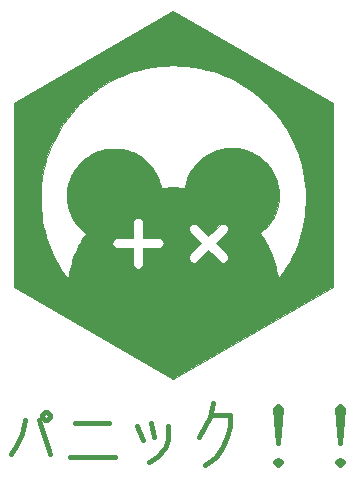
<source format=gbr>
%TF.GenerationSoftware,KiCad,Pcbnew,(6.0.4-0)*%
%TF.CreationDate,2023-01-08T13:34:09-06:00*%
%TF.ProjectId,babbit_bottom,62616262-6974-45f6-926f-74746f6d2e6b,rev?*%
%TF.SameCoordinates,Original*%
%TF.FileFunction,Copper,L1,Top*%
%TF.FilePolarity,Positive*%
%FSLAX46Y46*%
G04 Gerber Fmt 4.6, Leading zero omitted, Abs format (unit mm)*
G04 Created by KiCad (PCBNEW (6.0.4-0)) date 2023-01-08 13:34:09*
%MOMM*%
%LPD*%
G01*
G04 APERTURE LIST*
%ADD10C,0.400000*%
%TA.AperFunction,NonConductor*%
%ADD11C,0.400000*%
%TD*%
%TA.AperFunction,NonConductor*%
%ADD12C,0.025000*%
%TD*%
G04 APERTURE END LIST*
D10*
D11*
X128619047Y-90214285D02*
X129571428Y-93071428D01*
X127428571Y-90214285D02*
X127190476Y-91404761D01*
X126714285Y-92357142D01*
X126238095Y-93071428D01*
X129095238Y-89500000D02*
X129333333Y-89500000D01*
X129571428Y-89738095D01*
X129571428Y-89976190D01*
X129333333Y-90214285D01*
X129095238Y-90214285D01*
X128857142Y-89976190D01*
X128857142Y-89738095D01*
X129095238Y-89500000D01*
X131714285Y-90452380D02*
X134571428Y-90452380D01*
X131238095Y-93309523D02*
X135047619Y-93309523D01*
X136952380Y-90690476D02*
X137428571Y-91880952D01*
X138142857Y-90452380D02*
X138380952Y-91642857D01*
X139571428Y-90690476D02*
X139571428Y-91880952D01*
X139333333Y-92595238D01*
X138619047Y-93309523D01*
X137904761Y-93785714D01*
X143380952Y-88785714D02*
X143142857Y-89976190D01*
X142666666Y-90690476D01*
X142190476Y-91642857D01*
X143380952Y-89738095D02*
X144809523Y-89738095D01*
X144809523Y-90690476D01*
X144571428Y-91642857D01*
X144095238Y-92595238D01*
X143619047Y-93309523D01*
X142666666Y-94023809D01*
X148857142Y-93547619D02*
X149095238Y-93785714D01*
X148857142Y-94023809D01*
X148619047Y-93785714D01*
X148857142Y-93547619D01*
X148857142Y-94023809D01*
X148857142Y-92119047D02*
X148619047Y-89261904D01*
X148857142Y-89023809D01*
X149095238Y-89261904D01*
X148857142Y-92119047D01*
X148857142Y-89023809D01*
X154095238Y-93547619D02*
X154333333Y-93785714D01*
X154095238Y-94023809D01*
X153857142Y-93785714D01*
X154095238Y-93547619D01*
X154095238Y-94023809D01*
X154095238Y-92119047D02*
X153857142Y-89261904D01*
X154095238Y-89023809D01*
X154333333Y-89261904D01*
X154095238Y-92119047D01*
X154095238Y-89023809D01*
D12*
G36*
X139991186Y-55568816D02*
G01*
X153495947Y-63365793D01*
X153495954Y-78959768D01*
X139991175Y-86756750D01*
X126486412Y-78959772D01*
X126486409Y-71404874D01*
X128755045Y-71404874D01*
X128765304Y-71889017D01*
X128795804Y-72367949D01*
X128846132Y-72841256D01*
X128915871Y-73308523D01*
X129004607Y-73769336D01*
X129111925Y-74223280D01*
X129237411Y-74669940D01*
X129380649Y-75108901D01*
X129541226Y-75539749D01*
X129718725Y-75962068D01*
X129912733Y-76375444D01*
X130122834Y-76779462D01*
X130348614Y-77173708D01*
X130589657Y-77557766D01*
X130845550Y-77931222D01*
X131115877Y-78293661D01*
X131154099Y-78028897D01*
X131199999Y-77766685D01*
X131253457Y-77507141D01*
X131314356Y-77250385D01*
X131382578Y-76996534D01*
X131458003Y-76745708D01*
X131540513Y-76498025D01*
X131629990Y-76253603D01*
X131726315Y-76012561D01*
X131829371Y-75775016D01*
X131939039Y-75541088D01*
X132055199Y-75310894D01*
X132102886Y-75222810D01*
X134835394Y-75222810D01*
X134835918Y-75244036D01*
X134837472Y-75264992D01*
X134840033Y-75285654D01*
X134843576Y-75305997D01*
X134848075Y-75325995D01*
X134853507Y-75345625D01*
X134859846Y-75364862D01*
X134867068Y-75383681D01*
X134875148Y-75402058D01*
X134884061Y-75419967D01*
X134893784Y-75437385D01*
X134904290Y-75454285D01*
X134915556Y-75470644D01*
X134927556Y-75486438D01*
X134940267Y-75501640D01*
X134953662Y-75516227D01*
X134967719Y-75530174D01*
X134982411Y-75543457D01*
X134997714Y-75556050D01*
X135013605Y-75567928D01*
X135030056Y-75579068D01*
X135047045Y-75589444D01*
X135064547Y-75599033D01*
X135082536Y-75607808D01*
X135100989Y-75615745D01*
X135119880Y-75622821D01*
X135139184Y-75629009D01*
X135158878Y-75634286D01*
X135178936Y-75638626D01*
X135199333Y-75642005D01*
X135220046Y-75644399D01*
X135241049Y-75645782D01*
X135241049Y-75646145D01*
X136584673Y-75646145D01*
X136584673Y-76989765D01*
X136585031Y-76989765D01*
X136586415Y-77010768D01*
X136588808Y-77031481D01*
X136592188Y-77051879D01*
X136596528Y-77071937D01*
X136601805Y-77091631D01*
X136607993Y-77110935D01*
X136615069Y-77129826D01*
X136623006Y-77148279D01*
X136631781Y-77166268D01*
X136641370Y-77183770D01*
X136651746Y-77200759D01*
X136662886Y-77217211D01*
X136674765Y-77233101D01*
X136687358Y-77248404D01*
X136700640Y-77263096D01*
X136714587Y-77277153D01*
X136729174Y-77290548D01*
X136744377Y-77303259D01*
X136760170Y-77315259D01*
X136776530Y-77326525D01*
X136793431Y-77337031D01*
X136810848Y-77346753D01*
X136828757Y-77355666D01*
X136847134Y-77363746D01*
X136865953Y-77370968D01*
X136885190Y-77377307D01*
X136904820Y-77382739D01*
X136924819Y-77387238D01*
X136945161Y-77390781D01*
X136965823Y-77393341D01*
X136986779Y-77394896D01*
X137008005Y-77395420D01*
X137029230Y-77394896D01*
X137050186Y-77393341D01*
X137070847Y-77390781D01*
X137091189Y-77387238D01*
X137111187Y-77382739D01*
X137130817Y-77377307D01*
X137150053Y-77370968D01*
X137168872Y-77363746D01*
X137187248Y-77355666D01*
X137205157Y-77346753D01*
X137222574Y-77337031D01*
X137239475Y-77326525D01*
X137255834Y-77315259D01*
X137271627Y-77303259D01*
X137286829Y-77290548D01*
X137301416Y-77277153D01*
X137315363Y-77263096D01*
X137328646Y-77248404D01*
X137341238Y-77233101D01*
X137353117Y-77217211D01*
X137364257Y-77200759D01*
X137374633Y-77183770D01*
X137384221Y-77166268D01*
X137392997Y-77148279D01*
X137400934Y-77129826D01*
X137408009Y-77110935D01*
X137414198Y-77091631D01*
X137419475Y-77071937D01*
X137423815Y-77051879D01*
X137427194Y-77031481D01*
X137429588Y-77010768D01*
X137430971Y-76989765D01*
X137431334Y-76989765D01*
X137431334Y-76467978D01*
X141314240Y-76467978D01*
X141315082Y-76487765D01*
X141316845Y-76507503D01*
X141319527Y-76527156D01*
X141323128Y-76546690D01*
X141327650Y-76566069D01*
X141333091Y-76585260D01*
X141339452Y-76604226D01*
X141346732Y-76622934D01*
X141354933Y-76641347D01*
X141364053Y-76659432D01*
X141374093Y-76677153D01*
X141385053Y-76694476D01*
X141396932Y-76711365D01*
X141409732Y-76727786D01*
X141423451Y-76743703D01*
X141438089Y-76759082D01*
X141453468Y-76773721D01*
X141469386Y-76787440D01*
X141485807Y-76800239D01*
X141502696Y-76812118D01*
X141520018Y-76823077D01*
X141537740Y-76833117D01*
X141555825Y-76842237D01*
X141574238Y-76850437D01*
X141592946Y-76857718D01*
X141611913Y-76864079D01*
X141631103Y-76869520D01*
X141650483Y-76874041D01*
X141670017Y-76877643D01*
X141689670Y-76880325D01*
X141709407Y-76882087D01*
X141729194Y-76882929D01*
X141748996Y-76882852D01*
X141768777Y-76881854D01*
X141788502Y-76879938D01*
X141808138Y-76877101D01*
X141827648Y-76873345D01*
X141846998Y-76868669D01*
X141866154Y-76863073D01*
X141885079Y-76856557D01*
X141903739Y-76849122D01*
X141922100Y-76840767D01*
X141940126Y-76831492D01*
X141957783Y-76821297D01*
X141975035Y-76810183D01*
X141991848Y-76798149D01*
X142008186Y-76785195D01*
X142024015Y-76771322D01*
X142024081Y-76771387D01*
X142024145Y-76771452D01*
X142024271Y-76771581D01*
X142974359Y-75821499D01*
X143911943Y-76759082D01*
X143924440Y-76771581D01*
X143924506Y-76771517D01*
X143924571Y-76771452D01*
X143924635Y-76771387D01*
X143924666Y-76771354D01*
X143924696Y-76771322D01*
X143940526Y-76785195D01*
X143956865Y-76798149D01*
X143973678Y-76810183D01*
X143990931Y-76821297D01*
X144008588Y-76831492D01*
X144026614Y-76840767D01*
X144044975Y-76849122D01*
X144063636Y-76856557D01*
X144082562Y-76863073D01*
X144101717Y-76868669D01*
X144121068Y-76873345D01*
X144140578Y-76877101D01*
X144160214Y-76879938D01*
X144179939Y-76881854D01*
X144199721Y-76882852D01*
X144219522Y-76882929D01*
X144239309Y-76882087D01*
X144259046Y-76880325D01*
X144278699Y-76877643D01*
X144298233Y-76874041D01*
X144317613Y-76869520D01*
X144336803Y-76864079D01*
X144355770Y-76857718D01*
X144374477Y-76850437D01*
X144392891Y-76842237D01*
X144410976Y-76833117D01*
X144428697Y-76823077D01*
X144446020Y-76812118D01*
X144462909Y-76800239D01*
X144479329Y-76787440D01*
X144495247Y-76773721D01*
X144510626Y-76759082D01*
X144525264Y-76743703D01*
X144538983Y-76727786D01*
X144551782Y-76711365D01*
X144563661Y-76694476D01*
X144574621Y-76677153D01*
X144584661Y-76659432D01*
X144593781Y-76641347D01*
X144601981Y-76622934D01*
X144609262Y-76604226D01*
X144615623Y-76585260D01*
X144621064Y-76566069D01*
X144625585Y-76546690D01*
X144629187Y-76527156D01*
X144631869Y-76507503D01*
X144633631Y-76487765D01*
X144634473Y-76467978D01*
X144634396Y-76448177D01*
X144633399Y-76428396D01*
X144631482Y-76408670D01*
X144628646Y-76389035D01*
X144624889Y-76369525D01*
X144620213Y-76350174D01*
X144614618Y-76331019D01*
X144608102Y-76312094D01*
X144600667Y-76293433D01*
X144592312Y-76275072D01*
X144583037Y-76257046D01*
X144572843Y-76239389D01*
X144561728Y-76222137D01*
X144549694Y-76205324D01*
X144536741Y-76188986D01*
X144522867Y-76173156D01*
X144523127Y-76172897D01*
X144510626Y-76160398D01*
X143573038Y-75222814D01*
X144510626Y-74285230D01*
X144523127Y-74272731D01*
X144523061Y-74272665D01*
X144522997Y-74272600D01*
X144522867Y-74272472D01*
X144536741Y-74256643D01*
X144549694Y-74240304D01*
X144561728Y-74223491D01*
X144572843Y-74206239D01*
X144583037Y-74188582D01*
X144592312Y-74170556D01*
X144600667Y-74152195D01*
X144608102Y-74133535D01*
X144614618Y-74114609D01*
X144620213Y-74095454D01*
X144624889Y-74076104D01*
X144628646Y-74056594D01*
X144631482Y-74036958D01*
X144633399Y-74017232D01*
X144634396Y-73997451D01*
X144634473Y-73977650D01*
X144633631Y-73957863D01*
X144631869Y-73938126D01*
X144629187Y-73918473D01*
X144625585Y-73898939D01*
X144621064Y-73879559D01*
X144615623Y-73860369D01*
X144609262Y-73841402D01*
X144601981Y-73822695D01*
X144593781Y-73804281D01*
X144584661Y-73786196D01*
X144574621Y-73768475D01*
X144563661Y-73751152D01*
X144551782Y-73734263D01*
X144538983Y-73717842D01*
X144525264Y-73701925D01*
X144510626Y-73686546D01*
X144495246Y-73671907D01*
X144479329Y-73658188D01*
X144462908Y-73645389D01*
X144446018Y-73633509D01*
X144428696Y-73622550D01*
X144410974Y-73612510D01*
X144392889Y-73603389D01*
X144374476Y-73595189D01*
X144355768Y-73587908D01*
X144336802Y-73581547D01*
X144317611Y-73576106D01*
X144298231Y-73571585D01*
X144278698Y-73567983D01*
X144259045Y-73565301D01*
X144239307Y-73563539D01*
X144219521Y-73562697D01*
X144199719Y-73562774D01*
X144179938Y-73563771D01*
X144160213Y-73565688D01*
X144140577Y-73568524D01*
X144121067Y-73572280D01*
X144101717Y-73576956D01*
X144082561Y-73582552D01*
X144063636Y-73589068D01*
X144044975Y-73596503D01*
X144026614Y-73604858D01*
X144008587Y-73614132D01*
X143990930Y-73624326D01*
X143973678Y-73635440D01*
X143956865Y-73647474D01*
X143940526Y-73660428D01*
X143924696Y-73674301D01*
X143924569Y-73674172D01*
X143924504Y-73674107D01*
X143924471Y-73674075D01*
X143924437Y-73674043D01*
X143912313Y-73686176D01*
X143912220Y-73686269D01*
X143912129Y-73686361D01*
X143911947Y-73686546D01*
X142974359Y-74624130D01*
X142036776Y-73686542D01*
X142024271Y-73674043D01*
X142024015Y-73674301D01*
X142008186Y-73660427D01*
X141991848Y-73647474D01*
X141975035Y-73635440D01*
X141957783Y-73624325D01*
X141940126Y-73614131D01*
X141922100Y-73604856D01*
X141903739Y-73596501D01*
X141885079Y-73589066D01*
X141866154Y-73582550D01*
X141846998Y-73576955D01*
X141827648Y-73572279D01*
X141808138Y-73568522D01*
X141788502Y-73565686D01*
X141768777Y-73563769D01*
X141748996Y-73562772D01*
X141729194Y-73562695D01*
X141709407Y-73563537D01*
X141689670Y-73565299D01*
X141670017Y-73567981D01*
X141650483Y-73571583D01*
X141631103Y-73576104D01*
X141611913Y-73581545D01*
X141592946Y-73587906D01*
X141574238Y-73595187D01*
X141555825Y-73603387D01*
X141537740Y-73612507D01*
X141520018Y-73622547D01*
X141502696Y-73633507D01*
X141485807Y-73645386D01*
X141469386Y-73658185D01*
X141453468Y-73671904D01*
X141438089Y-73686542D01*
X141423451Y-73701922D01*
X141409732Y-73717839D01*
X141396932Y-73734260D01*
X141385053Y-73751150D01*
X141374093Y-73768472D01*
X141364053Y-73786194D01*
X141354933Y-73804279D01*
X141346732Y-73822693D01*
X141339452Y-73841400D01*
X141333091Y-73860367D01*
X141327650Y-73879557D01*
X141323128Y-73898937D01*
X141319527Y-73918471D01*
X141316845Y-73938124D01*
X141315082Y-73957861D01*
X141314240Y-73977648D01*
X141314317Y-73997450D01*
X141315314Y-74017231D01*
X141317231Y-74036956D01*
X141320068Y-74056592D01*
X141323824Y-74076102D01*
X141328500Y-74095452D01*
X141334095Y-74114608D01*
X141340611Y-74133533D01*
X141348046Y-74152194D01*
X141356401Y-74170555D01*
X141365675Y-74188581D01*
X141375870Y-74206238D01*
X141386984Y-74223490D01*
X141399018Y-74240304D01*
X141411971Y-74256642D01*
X141425844Y-74272472D01*
X141425589Y-74272728D01*
X141438089Y-74285226D01*
X142375673Y-75222814D01*
X141425592Y-76172897D01*
X141425844Y-76173156D01*
X141411971Y-76188986D01*
X141399018Y-76205324D01*
X141386984Y-76222137D01*
X141375870Y-76239389D01*
X141365675Y-76257046D01*
X141356401Y-76275072D01*
X141348046Y-76293433D01*
X141340611Y-76312094D01*
X141334095Y-76331019D01*
X141328500Y-76350174D01*
X141323824Y-76369525D01*
X141320068Y-76389035D01*
X141317231Y-76408670D01*
X141315314Y-76428396D01*
X141314317Y-76448177D01*
X141314240Y-76467978D01*
X137431334Y-76467978D01*
X137431334Y-75646145D01*
X138774958Y-75646145D01*
X138774958Y-75645782D01*
X138795960Y-75644399D01*
X138816673Y-75642005D01*
X138837071Y-75638626D01*
X138857129Y-75634286D01*
X138876822Y-75629009D01*
X138896127Y-75622821D01*
X138915018Y-75615745D01*
X138933470Y-75607808D01*
X138951459Y-75599033D01*
X138968961Y-75589444D01*
X138985950Y-75579068D01*
X139002402Y-75567928D01*
X139018292Y-75556050D01*
X139033595Y-75543457D01*
X139048288Y-75530174D01*
X139062344Y-75516227D01*
X139075740Y-75501640D01*
X139088450Y-75486438D01*
X139100451Y-75470644D01*
X139111716Y-75454285D01*
X139122223Y-75437385D01*
X139131945Y-75419967D01*
X139140858Y-75402058D01*
X139148939Y-75383681D01*
X139156161Y-75364862D01*
X139162500Y-75345625D01*
X139167931Y-75325995D01*
X139172431Y-75305997D01*
X139175973Y-75285654D01*
X139178534Y-75264992D01*
X139180089Y-75244036D01*
X139180613Y-75222810D01*
X139180089Y-75201585D01*
X139178534Y-75180628D01*
X139175973Y-75159967D01*
X139172431Y-75139624D01*
X139167931Y-75119626D01*
X139162500Y-75099995D01*
X139156161Y-75080758D01*
X139148939Y-75061939D01*
X139140858Y-75043563D01*
X139131945Y-75025654D01*
X139122223Y-75008236D01*
X139111716Y-74991336D01*
X139100451Y-74974976D01*
X139088450Y-74959183D01*
X139075740Y-74943981D01*
X139062344Y-74929393D01*
X139048288Y-74915446D01*
X139033595Y-74902164D01*
X139018292Y-74889571D01*
X139002402Y-74877693D01*
X138985950Y-74866553D01*
X138968961Y-74856176D01*
X138951459Y-74846588D01*
X138933470Y-74837813D01*
X138915018Y-74829875D01*
X138896127Y-74822800D01*
X138876822Y-74816612D01*
X138857129Y-74811335D01*
X138837071Y-74806995D01*
X138816673Y-74803615D01*
X138795960Y-74801222D01*
X138774958Y-74799839D01*
X138774958Y-74799480D01*
X138757803Y-74799484D01*
X137431334Y-74799484D01*
X137431334Y-73455856D01*
X137430975Y-73455856D01*
X137429592Y-73434853D01*
X137427198Y-73414141D01*
X137423819Y-73393743D01*
X137419478Y-73373685D01*
X137414201Y-73353991D01*
X137408013Y-73334687D01*
X137400937Y-73315796D01*
X137393000Y-73297343D01*
X137384224Y-73279354D01*
X137374636Y-73261852D01*
X137364260Y-73244863D01*
X137353120Y-73228411D01*
X137341241Y-73212521D01*
X137328648Y-73197217D01*
X137315365Y-73182525D01*
X137301418Y-73168469D01*
X137286831Y-73155073D01*
X137271628Y-73142362D01*
X137255835Y-73130362D01*
X137239476Y-73119096D01*
X137222575Y-73108590D01*
X137205158Y-73098867D01*
X137187249Y-73089954D01*
X137168873Y-73081873D01*
X137150054Y-73074651D01*
X137130817Y-73068312D01*
X137111187Y-73062881D01*
X137091189Y-73058381D01*
X137070847Y-73054839D01*
X137050186Y-73052278D01*
X137029230Y-73050723D01*
X137008005Y-73050199D01*
X136986779Y-73050723D01*
X136965823Y-73052278D01*
X136945161Y-73054839D01*
X136924819Y-73058381D01*
X136904820Y-73062881D01*
X136885190Y-73068312D01*
X136865953Y-73074651D01*
X136847134Y-73081873D01*
X136828757Y-73089954D01*
X136810848Y-73098867D01*
X136793431Y-73108590D01*
X136776530Y-73119096D01*
X136760170Y-73130362D01*
X136744377Y-73142362D01*
X136729174Y-73155073D01*
X136714587Y-73168469D01*
X136700640Y-73182525D01*
X136687358Y-73197217D01*
X136674765Y-73212521D01*
X136662886Y-73228411D01*
X136651746Y-73244863D01*
X136641370Y-73261852D01*
X136631781Y-73279354D01*
X136623006Y-73297343D01*
X136615069Y-73315796D01*
X136607993Y-73334687D01*
X136601805Y-73353991D01*
X136596528Y-73373685D01*
X136592188Y-73393743D01*
X136588808Y-73414141D01*
X136586415Y-73434853D01*
X136585031Y-73455856D01*
X136584673Y-73455856D01*
X136584673Y-74799480D01*
X135241049Y-74799480D01*
X135241049Y-74799843D01*
X135220046Y-74801226D01*
X135199333Y-74803619D01*
X135178935Y-74806999D01*
X135158877Y-74811339D01*
X135139183Y-74816616D01*
X135119878Y-74822804D01*
X135100987Y-74829879D01*
X135082535Y-74837817D01*
X135064545Y-74846592D01*
X135047044Y-74856180D01*
X135030055Y-74866556D01*
X135013603Y-74877696D01*
X134997713Y-74889575D01*
X134982409Y-74902168D01*
X134967717Y-74915450D01*
X134953661Y-74929397D01*
X134940265Y-74943984D01*
X134927555Y-74959186D01*
X134915555Y-74974979D01*
X134904289Y-74991339D01*
X134893783Y-75008239D01*
X134884061Y-75025656D01*
X134875147Y-75043565D01*
X134867067Y-75061942D01*
X134859845Y-75080760D01*
X134853506Y-75099997D01*
X134848075Y-75119627D01*
X134843576Y-75139625D01*
X134840033Y-75159968D01*
X134837472Y-75180629D01*
X134835918Y-75201585D01*
X134835394Y-75222810D01*
X132102886Y-75222810D01*
X132177735Y-75084554D01*
X132306527Y-74862185D01*
X132441457Y-74643906D01*
X132582407Y-74429836D01*
X132404229Y-74287537D01*
X132234514Y-74135541D01*
X132073680Y-73974265D01*
X131922146Y-73804129D01*
X131780331Y-73625549D01*
X131648652Y-73438946D01*
X131527528Y-73244737D01*
X131417377Y-73043340D01*
X131318619Y-72835175D01*
X131231671Y-72620659D01*
X131156951Y-72400211D01*
X131094879Y-72174249D01*
X131045872Y-71943193D01*
X131010349Y-71707459D01*
X130988728Y-71467467D01*
X130981428Y-71223636D01*
X130981426Y-71223636D01*
X130986650Y-71017291D01*
X131002151Y-70813644D01*
X131027678Y-70612946D01*
X131062978Y-70415452D01*
X131107798Y-70221412D01*
X131161886Y-70031081D01*
X131224988Y-69844711D01*
X131296852Y-69662554D01*
X131377226Y-69484864D01*
X131465856Y-69311892D01*
X131562490Y-69143892D01*
X131666876Y-68981117D01*
X131778760Y-68823818D01*
X131897890Y-68672249D01*
X132024013Y-68526663D01*
X132156876Y-68387312D01*
X132296228Y-68254448D01*
X132441814Y-68128325D01*
X132593383Y-68009195D01*
X132750682Y-67897311D01*
X132913457Y-67792926D01*
X133081457Y-67696292D01*
X133254429Y-67607661D01*
X133432119Y-67527288D01*
X133614276Y-67455424D01*
X133800646Y-67392321D01*
X133990977Y-67338234D01*
X134185016Y-67293414D01*
X134382511Y-67258114D01*
X134583208Y-67232587D01*
X134786855Y-67217086D01*
X134993200Y-67211862D01*
X135178601Y-67216077D01*
X135361848Y-67228600D01*
X135542758Y-67249247D01*
X135721148Y-67277836D01*
X135896835Y-67314184D01*
X136069636Y-67358108D01*
X136239369Y-67409425D01*
X136405850Y-67467952D01*
X136568896Y-67533506D01*
X136728325Y-67605904D01*
X136883954Y-67684964D01*
X137035599Y-67770502D01*
X137183078Y-67862335D01*
X137326208Y-67960281D01*
X137464805Y-68064156D01*
X137598687Y-68173778D01*
X137727671Y-68288963D01*
X137851574Y-68409529D01*
X137970213Y-68535293D01*
X138083406Y-68666071D01*
X138190968Y-68801682D01*
X138292717Y-68941941D01*
X138388471Y-69086666D01*
X138478046Y-69235674D01*
X138561260Y-69388783D01*
X138637929Y-69545808D01*
X138707870Y-69706568D01*
X138770901Y-69870879D01*
X138826839Y-70038558D01*
X138875500Y-70209423D01*
X138916702Y-70383290D01*
X138950262Y-70559976D01*
X139078596Y-70546026D01*
X139207465Y-70533894D01*
X139336856Y-70523592D01*
X139466755Y-70515134D01*
X139597150Y-70508532D01*
X139728028Y-70503801D01*
X139859375Y-70500952D01*
X139991178Y-70500000D01*
X139991182Y-70500000D01*
X140114089Y-70500828D01*
X140236600Y-70503305D01*
X140358705Y-70507421D01*
X140480393Y-70513165D01*
X140601653Y-70520526D01*
X140722475Y-70529495D01*
X140842849Y-70540059D01*
X140962763Y-70552210D01*
X140994341Y-70373081D01*
X141033757Y-70196772D01*
X141080825Y-70023469D01*
X141135354Y-69853361D01*
X141197158Y-69686635D01*
X141266049Y-69523480D01*
X141341837Y-69364084D01*
X141424336Y-69208636D01*
X141513357Y-69057322D01*
X141608711Y-68910331D01*
X141710212Y-68767852D01*
X141817670Y-68630072D01*
X141930898Y-68497180D01*
X142049708Y-68369363D01*
X142173911Y-68246810D01*
X142303319Y-68129709D01*
X142437745Y-68018247D01*
X142577000Y-67912613D01*
X142720896Y-67812996D01*
X142869245Y-67719582D01*
X143021859Y-67632561D01*
X143178550Y-67552120D01*
X143339130Y-67478447D01*
X143503410Y-67411731D01*
X143671203Y-67352159D01*
X143842321Y-67299920D01*
X144016575Y-67255202D01*
X144193777Y-67218192D01*
X144373740Y-67189080D01*
X144556275Y-67168052D01*
X144741194Y-67155298D01*
X144928308Y-67151004D01*
X145134653Y-67156228D01*
X145338300Y-67171729D01*
X145538998Y-67197256D01*
X145736492Y-67232556D01*
X145930531Y-67277376D01*
X146120862Y-67331464D01*
X146307232Y-67394566D01*
X146489389Y-67466430D01*
X146667079Y-67546804D01*
X146840050Y-67635434D01*
X147008050Y-67732068D01*
X147170826Y-67836453D01*
X147328124Y-67948337D01*
X147479693Y-68067467D01*
X147625279Y-68193590D01*
X147764631Y-68326454D01*
X147897494Y-68465805D01*
X148023617Y-68611392D01*
X148142747Y-68762960D01*
X148254631Y-68920259D01*
X148359017Y-69083035D01*
X148455651Y-69251034D01*
X148544281Y-69424006D01*
X148624655Y-69601696D01*
X148696519Y-69783853D01*
X148759621Y-69970223D01*
X148813709Y-70160554D01*
X148858529Y-70354594D01*
X148893829Y-70552089D01*
X148919356Y-70752786D01*
X148934857Y-70956434D01*
X148940081Y-71162779D01*
X148932843Y-71405566D01*
X148911407Y-71644548D01*
X148876184Y-71879312D01*
X148827588Y-72109445D01*
X148766033Y-72334534D01*
X148691930Y-72554166D01*
X148605693Y-72767927D01*
X148507735Y-72975405D01*
X148398469Y-73176187D01*
X148278308Y-73369859D01*
X148147665Y-73556009D01*
X148006953Y-73734224D01*
X147856586Y-73904091D01*
X147696976Y-74065196D01*
X147528536Y-74217127D01*
X147351679Y-74359470D01*
X147497521Y-74576586D01*
X147637129Y-74798126D01*
X147770377Y-75023963D01*
X147897138Y-75253973D01*
X148017286Y-75488030D01*
X148130697Y-75726006D01*
X148237243Y-75967776D01*
X148336799Y-76213215D01*
X148429238Y-76462196D01*
X148514436Y-76714593D01*
X148592265Y-76970281D01*
X148662601Y-77229133D01*
X148725316Y-77491023D01*
X148780286Y-77755826D01*
X148827384Y-78023415D01*
X148866484Y-78293665D01*
X149136811Y-77931226D01*
X149392704Y-77557770D01*
X149633748Y-77173711D01*
X149859528Y-76779466D01*
X150069630Y-76375447D01*
X150263638Y-75962071D01*
X150441137Y-75539751D01*
X150601714Y-75108903D01*
X150744953Y-74669942D01*
X150870439Y-74223281D01*
X150977757Y-73769337D01*
X151066494Y-73308524D01*
X151136233Y-72841256D01*
X151186560Y-72367949D01*
X151217061Y-71889017D01*
X151227320Y-71404874D01*
X151212690Y-70826946D01*
X151169274Y-70256571D01*
X151097778Y-69694460D01*
X150998910Y-69141319D01*
X150873379Y-68597855D01*
X150721891Y-68064778D01*
X150545155Y-67542794D01*
X150343878Y-67032611D01*
X150118769Y-66534938D01*
X149870534Y-66050481D01*
X149599882Y-65579948D01*
X149307520Y-65124048D01*
X148994156Y-64683488D01*
X148660498Y-64258975D01*
X148307254Y-63851218D01*
X147935131Y-63460924D01*
X147544837Y-63088801D01*
X147137080Y-62735557D01*
X146712567Y-62401899D01*
X146272007Y-62088536D01*
X145816107Y-61796174D01*
X145345574Y-61525522D01*
X144861117Y-61277287D01*
X144363444Y-61052178D01*
X143853261Y-60850901D01*
X143331277Y-60674166D01*
X142798200Y-60522678D01*
X142254737Y-60397147D01*
X141701596Y-60298279D01*
X141139485Y-60226783D01*
X140569111Y-60183367D01*
X139991182Y-60168737D01*
X139413254Y-60183367D01*
X138842880Y-60226783D01*
X138280769Y-60298279D01*
X137727628Y-60397147D01*
X137184165Y-60522678D01*
X136651087Y-60674166D01*
X136129103Y-60850901D01*
X135618921Y-61052178D01*
X135121247Y-61277287D01*
X134636790Y-61525522D01*
X134166258Y-61796174D01*
X133710358Y-62088536D01*
X133269797Y-62401899D01*
X132845285Y-62735557D01*
X132437528Y-63088801D01*
X132047234Y-63460924D01*
X131675111Y-63851218D01*
X131321866Y-64258975D01*
X130988208Y-64683488D01*
X130674845Y-65124048D01*
X130382483Y-65579948D01*
X130111831Y-66050481D01*
X129863596Y-66534938D01*
X129638486Y-67032611D01*
X129437210Y-67542794D01*
X129260474Y-68064778D01*
X129108986Y-68597855D01*
X128983455Y-69141319D01*
X128884587Y-69694460D01*
X128813091Y-70256571D01*
X128769674Y-70826946D01*
X128755045Y-71404874D01*
X126486409Y-71404874D01*
X126486406Y-63365799D01*
X139991186Y-55568816D01*
G37*
X139991186Y-55568816D02*
X153495947Y-63365793D01*
X153495954Y-78959768D01*
X139991175Y-86756750D01*
X126486412Y-78959772D01*
X126486409Y-71404874D01*
X128755045Y-71404874D01*
X128765304Y-71889017D01*
X128795804Y-72367949D01*
X128846132Y-72841256D01*
X128915871Y-73308523D01*
X129004607Y-73769336D01*
X129111925Y-74223280D01*
X129237411Y-74669940D01*
X129380649Y-75108901D01*
X129541226Y-75539749D01*
X129718725Y-75962068D01*
X129912733Y-76375444D01*
X130122834Y-76779462D01*
X130348614Y-77173708D01*
X130589657Y-77557766D01*
X130845550Y-77931222D01*
X131115877Y-78293661D01*
X131154099Y-78028897D01*
X131199999Y-77766685D01*
X131253457Y-77507141D01*
X131314356Y-77250385D01*
X131382578Y-76996534D01*
X131458003Y-76745708D01*
X131540513Y-76498025D01*
X131629990Y-76253603D01*
X131726315Y-76012561D01*
X131829371Y-75775016D01*
X131939039Y-75541088D01*
X132055199Y-75310894D01*
X132102886Y-75222810D01*
X134835394Y-75222810D01*
X134835918Y-75244036D01*
X134837472Y-75264992D01*
X134840033Y-75285654D01*
X134843576Y-75305997D01*
X134848075Y-75325995D01*
X134853507Y-75345625D01*
X134859846Y-75364862D01*
X134867068Y-75383681D01*
X134875148Y-75402058D01*
X134884061Y-75419967D01*
X134893784Y-75437385D01*
X134904290Y-75454285D01*
X134915556Y-75470644D01*
X134927556Y-75486438D01*
X134940267Y-75501640D01*
X134953662Y-75516227D01*
X134967719Y-75530174D01*
X134982411Y-75543457D01*
X134997714Y-75556050D01*
X135013605Y-75567928D01*
X135030056Y-75579068D01*
X135047045Y-75589444D01*
X135064547Y-75599033D01*
X135082536Y-75607808D01*
X135100989Y-75615745D01*
X135119880Y-75622821D01*
X135139184Y-75629009D01*
X135158878Y-75634286D01*
X135178936Y-75638626D01*
X135199333Y-75642005D01*
X135220046Y-75644399D01*
X135241049Y-75645782D01*
X135241049Y-75646145D01*
X136584673Y-75646145D01*
X136584673Y-76989765D01*
X136585031Y-76989765D01*
X136586415Y-77010768D01*
X136588808Y-77031481D01*
X136592188Y-77051879D01*
X136596528Y-77071937D01*
X136601805Y-77091631D01*
X136607993Y-77110935D01*
X136615069Y-77129826D01*
X136623006Y-77148279D01*
X136631781Y-77166268D01*
X136641370Y-77183770D01*
X136651746Y-77200759D01*
X136662886Y-77217211D01*
X136674765Y-77233101D01*
X136687358Y-77248404D01*
X136700640Y-77263096D01*
X136714587Y-77277153D01*
X136729174Y-77290548D01*
X136744377Y-77303259D01*
X136760170Y-77315259D01*
X136776530Y-77326525D01*
X136793431Y-77337031D01*
X136810848Y-77346753D01*
X136828757Y-77355666D01*
X136847134Y-77363746D01*
X136865953Y-77370968D01*
X136885190Y-77377307D01*
X136904820Y-77382739D01*
X136924819Y-77387238D01*
X136945161Y-77390781D01*
X136965823Y-77393341D01*
X136986779Y-77394896D01*
X137008005Y-77395420D01*
X137029230Y-77394896D01*
X137050186Y-77393341D01*
X137070847Y-77390781D01*
X137091189Y-77387238D01*
X137111187Y-77382739D01*
X137130817Y-77377307D01*
X137150053Y-77370968D01*
X137168872Y-77363746D01*
X137187248Y-77355666D01*
X137205157Y-77346753D01*
X137222574Y-77337031D01*
X137239475Y-77326525D01*
X137255834Y-77315259D01*
X137271627Y-77303259D01*
X137286829Y-77290548D01*
X137301416Y-77277153D01*
X137315363Y-77263096D01*
X137328646Y-77248404D01*
X137341238Y-77233101D01*
X137353117Y-77217211D01*
X137364257Y-77200759D01*
X137374633Y-77183770D01*
X137384221Y-77166268D01*
X137392997Y-77148279D01*
X137400934Y-77129826D01*
X137408009Y-77110935D01*
X137414198Y-77091631D01*
X137419475Y-77071937D01*
X137423815Y-77051879D01*
X137427194Y-77031481D01*
X137429588Y-77010768D01*
X137430971Y-76989765D01*
X137431334Y-76989765D01*
X137431334Y-76467978D01*
X141314240Y-76467978D01*
X141315082Y-76487765D01*
X141316845Y-76507503D01*
X141319527Y-76527156D01*
X141323128Y-76546690D01*
X141327650Y-76566069D01*
X141333091Y-76585260D01*
X141339452Y-76604226D01*
X141346732Y-76622934D01*
X141354933Y-76641347D01*
X141364053Y-76659432D01*
X141374093Y-76677153D01*
X141385053Y-76694476D01*
X141396932Y-76711365D01*
X141409732Y-76727786D01*
X141423451Y-76743703D01*
X141438089Y-76759082D01*
X141453468Y-76773721D01*
X141469386Y-76787440D01*
X141485807Y-76800239D01*
X141502696Y-76812118D01*
X141520018Y-76823077D01*
X141537740Y-76833117D01*
X141555825Y-76842237D01*
X141574238Y-76850437D01*
X141592946Y-76857718D01*
X141611913Y-76864079D01*
X141631103Y-76869520D01*
X141650483Y-76874041D01*
X141670017Y-76877643D01*
X141689670Y-76880325D01*
X141709407Y-76882087D01*
X141729194Y-76882929D01*
X141748996Y-76882852D01*
X141768777Y-76881854D01*
X141788502Y-76879938D01*
X141808138Y-76877101D01*
X141827648Y-76873345D01*
X141846998Y-76868669D01*
X141866154Y-76863073D01*
X141885079Y-76856557D01*
X141903739Y-76849122D01*
X141922100Y-76840767D01*
X141940126Y-76831492D01*
X141957783Y-76821297D01*
X141975035Y-76810183D01*
X141991848Y-76798149D01*
X142008186Y-76785195D01*
X142024015Y-76771322D01*
X142024081Y-76771387D01*
X142024145Y-76771452D01*
X142024271Y-76771581D01*
X142974359Y-75821499D01*
X143911943Y-76759082D01*
X143924440Y-76771581D01*
X143924506Y-76771517D01*
X143924571Y-76771452D01*
X143924635Y-76771387D01*
X143924666Y-76771354D01*
X143924696Y-76771322D01*
X143940526Y-76785195D01*
X143956865Y-76798149D01*
X143973678Y-76810183D01*
X143990931Y-76821297D01*
X144008588Y-76831492D01*
X144026614Y-76840767D01*
X144044975Y-76849122D01*
X144063636Y-76856557D01*
X144082562Y-76863073D01*
X144101717Y-76868669D01*
X144121068Y-76873345D01*
X144140578Y-76877101D01*
X144160214Y-76879938D01*
X144179939Y-76881854D01*
X144199721Y-76882852D01*
X144219522Y-76882929D01*
X144239309Y-76882087D01*
X144259046Y-76880325D01*
X144278699Y-76877643D01*
X144298233Y-76874041D01*
X144317613Y-76869520D01*
X144336803Y-76864079D01*
X144355770Y-76857718D01*
X144374477Y-76850437D01*
X144392891Y-76842237D01*
X144410976Y-76833117D01*
X144428697Y-76823077D01*
X144446020Y-76812118D01*
X144462909Y-76800239D01*
X144479329Y-76787440D01*
X144495247Y-76773721D01*
X144510626Y-76759082D01*
X144525264Y-76743703D01*
X144538983Y-76727786D01*
X144551782Y-76711365D01*
X144563661Y-76694476D01*
X144574621Y-76677153D01*
X144584661Y-76659432D01*
X144593781Y-76641347D01*
X144601981Y-76622934D01*
X144609262Y-76604226D01*
X144615623Y-76585260D01*
X144621064Y-76566069D01*
X144625585Y-76546690D01*
X144629187Y-76527156D01*
X144631869Y-76507503D01*
X144633631Y-76487765D01*
X144634473Y-76467978D01*
X144634396Y-76448177D01*
X144633399Y-76428396D01*
X144631482Y-76408670D01*
X144628646Y-76389035D01*
X144624889Y-76369525D01*
X144620213Y-76350174D01*
X144614618Y-76331019D01*
X144608102Y-76312094D01*
X144600667Y-76293433D01*
X144592312Y-76275072D01*
X144583037Y-76257046D01*
X144572843Y-76239389D01*
X144561728Y-76222137D01*
X144549694Y-76205324D01*
X144536741Y-76188986D01*
X144522867Y-76173156D01*
X144523127Y-76172897D01*
X144510626Y-76160398D01*
X143573038Y-75222814D01*
X144510626Y-74285230D01*
X144523127Y-74272731D01*
X144523061Y-74272665D01*
X144522997Y-74272600D01*
X144522867Y-74272472D01*
X144536741Y-74256643D01*
X144549694Y-74240304D01*
X144561728Y-74223491D01*
X144572843Y-74206239D01*
X144583037Y-74188582D01*
X144592312Y-74170556D01*
X144600667Y-74152195D01*
X144608102Y-74133535D01*
X144614618Y-74114609D01*
X144620213Y-74095454D01*
X144624889Y-74076104D01*
X144628646Y-74056594D01*
X144631482Y-74036958D01*
X144633399Y-74017232D01*
X144634396Y-73997451D01*
X144634473Y-73977650D01*
X144633631Y-73957863D01*
X144631869Y-73938126D01*
X144629187Y-73918473D01*
X144625585Y-73898939D01*
X144621064Y-73879559D01*
X144615623Y-73860369D01*
X144609262Y-73841402D01*
X144601981Y-73822695D01*
X144593781Y-73804281D01*
X144584661Y-73786196D01*
X144574621Y-73768475D01*
X144563661Y-73751152D01*
X144551782Y-73734263D01*
X144538983Y-73717842D01*
X144525264Y-73701925D01*
X144510626Y-73686546D01*
X144495246Y-73671907D01*
X144479329Y-73658188D01*
X144462908Y-73645389D01*
X144446018Y-73633509D01*
X144428696Y-73622550D01*
X144410974Y-73612510D01*
X144392889Y-73603389D01*
X144374476Y-73595189D01*
X144355768Y-73587908D01*
X144336802Y-73581547D01*
X144317611Y-73576106D01*
X144298231Y-73571585D01*
X144278698Y-73567983D01*
X144259045Y-73565301D01*
X144239307Y-73563539D01*
X144219521Y-73562697D01*
X144199719Y-73562774D01*
X144179938Y-73563771D01*
X144160213Y-73565688D01*
X144140577Y-73568524D01*
X144121067Y-73572280D01*
X144101717Y-73576956D01*
X144082561Y-73582552D01*
X144063636Y-73589068D01*
X144044975Y-73596503D01*
X144026614Y-73604858D01*
X144008587Y-73614132D01*
X143990930Y-73624326D01*
X143973678Y-73635440D01*
X143956865Y-73647474D01*
X143940526Y-73660428D01*
X143924696Y-73674301D01*
X143924569Y-73674172D01*
X143924504Y-73674107D01*
X143924471Y-73674075D01*
X143924437Y-73674043D01*
X143912313Y-73686176D01*
X143912220Y-73686269D01*
X143912129Y-73686361D01*
X143911947Y-73686546D01*
X142974359Y-74624130D01*
X142036776Y-73686542D01*
X142024271Y-73674043D01*
X142024015Y-73674301D01*
X142008186Y-73660427D01*
X141991848Y-73647474D01*
X141975035Y-73635440D01*
X141957783Y-73624325D01*
X141940126Y-73614131D01*
X141922100Y-73604856D01*
X141903739Y-73596501D01*
X141885079Y-73589066D01*
X141866154Y-73582550D01*
X141846998Y-73576955D01*
X141827648Y-73572279D01*
X141808138Y-73568522D01*
X141788502Y-73565686D01*
X141768777Y-73563769D01*
X141748996Y-73562772D01*
X141729194Y-73562695D01*
X141709407Y-73563537D01*
X141689670Y-73565299D01*
X141670017Y-73567981D01*
X141650483Y-73571583D01*
X141631103Y-73576104D01*
X141611913Y-73581545D01*
X141592946Y-73587906D01*
X141574238Y-73595187D01*
X141555825Y-73603387D01*
X141537740Y-73612507D01*
X141520018Y-73622547D01*
X141502696Y-73633507D01*
X141485807Y-73645386D01*
X141469386Y-73658185D01*
X141453468Y-73671904D01*
X141438089Y-73686542D01*
X141423451Y-73701922D01*
X141409732Y-73717839D01*
X141396932Y-73734260D01*
X141385053Y-73751150D01*
X141374093Y-73768472D01*
X141364053Y-73786194D01*
X141354933Y-73804279D01*
X141346732Y-73822693D01*
X141339452Y-73841400D01*
X141333091Y-73860367D01*
X141327650Y-73879557D01*
X141323128Y-73898937D01*
X141319527Y-73918471D01*
X141316845Y-73938124D01*
X141315082Y-73957861D01*
X141314240Y-73977648D01*
X141314317Y-73997450D01*
X141315314Y-74017231D01*
X141317231Y-74036956D01*
X141320068Y-74056592D01*
X141323824Y-74076102D01*
X141328500Y-74095452D01*
X141334095Y-74114608D01*
X141340611Y-74133533D01*
X141348046Y-74152194D01*
X141356401Y-74170555D01*
X141365675Y-74188581D01*
X141375870Y-74206238D01*
X141386984Y-74223490D01*
X141399018Y-74240304D01*
X141411971Y-74256642D01*
X141425844Y-74272472D01*
X141425589Y-74272728D01*
X141438089Y-74285226D01*
X142375673Y-75222814D01*
X141425592Y-76172897D01*
X141425844Y-76173156D01*
X141411971Y-76188986D01*
X141399018Y-76205324D01*
X141386984Y-76222137D01*
X141375870Y-76239389D01*
X141365675Y-76257046D01*
X141356401Y-76275072D01*
X141348046Y-76293433D01*
X141340611Y-76312094D01*
X141334095Y-76331019D01*
X141328500Y-76350174D01*
X141323824Y-76369525D01*
X141320068Y-76389035D01*
X141317231Y-76408670D01*
X141315314Y-76428396D01*
X141314317Y-76448177D01*
X141314240Y-76467978D01*
X137431334Y-76467978D01*
X137431334Y-75646145D01*
X138774958Y-75646145D01*
X138774958Y-75645782D01*
X138795960Y-75644399D01*
X138816673Y-75642005D01*
X138837071Y-75638626D01*
X138857129Y-75634286D01*
X138876822Y-75629009D01*
X138896127Y-75622821D01*
X138915018Y-75615745D01*
X138933470Y-75607808D01*
X138951459Y-75599033D01*
X138968961Y-75589444D01*
X138985950Y-75579068D01*
X139002402Y-75567928D01*
X139018292Y-75556050D01*
X139033595Y-75543457D01*
X139048288Y-75530174D01*
X139062344Y-75516227D01*
X139075740Y-75501640D01*
X139088450Y-75486438D01*
X139100451Y-75470644D01*
X139111716Y-75454285D01*
X139122223Y-75437385D01*
X139131945Y-75419967D01*
X139140858Y-75402058D01*
X139148939Y-75383681D01*
X139156161Y-75364862D01*
X139162500Y-75345625D01*
X139167931Y-75325995D01*
X139172431Y-75305997D01*
X139175973Y-75285654D01*
X139178534Y-75264992D01*
X139180089Y-75244036D01*
X139180613Y-75222810D01*
X139180089Y-75201585D01*
X139178534Y-75180628D01*
X139175973Y-75159967D01*
X139172431Y-75139624D01*
X139167931Y-75119626D01*
X139162500Y-75099995D01*
X139156161Y-75080758D01*
X139148939Y-75061939D01*
X139140858Y-75043563D01*
X139131945Y-75025654D01*
X139122223Y-75008236D01*
X139111716Y-74991336D01*
X139100451Y-74974976D01*
X139088450Y-74959183D01*
X139075740Y-74943981D01*
X139062344Y-74929393D01*
X139048288Y-74915446D01*
X139033595Y-74902164D01*
X139018292Y-74889571D01*
X139002402Y-74877693D01*
X138985950Y-74866553D01*
X138968961Y-74856176D01*
X138951459Y-74846588D01*
X138933470Y-74837813D01*
X138915018Y-74829875D01*
X138896127Y-74822800D01*
X138876822Y-74816612D01*
X138857129Y-74811335D01*
X138837071Y-74806995D01*
X138816673Y-74803615D01*
X138795960Y-74801222D01*
X138774958Y-74799839D01*
X138774958Y-74799480D01*
X138757803Y-74799484D01*
X137431334Y-74799484D01*
X137431334Y-73455856D01*
X137430975Y-73455856D01*
X137429592Y-73434853D01*
X137427198Y-73414141D01*
X137423819Y-73393743D01*
X137419478Y-73373685D01*
X137414201Y-73353991D01*
X137408013Y-73334687D01*
X137400937Y-73315796D01*
X137393000Y-73297343D01*
X137384224Y-73279354D01*
X137374636Y-73261852D01*
X137364260Y-73244863D01*
X137353120Y-73228411D01*
X137341241Y-73212521D01*
X137328648Y-73197217D01*
X137315365Y-73182525D01*
X137301418Y-73168469D01*
X137286831Y-73155073D01*
X137271628Y-73142362D01*
X137255835Y-73130362D01*
X137239476Y-73119096D01*
X137222575Y-73108590D01*
X137205158Y-73098867D01*
X137187249Y-73089954D01*
X137168873Y-73081873D01*
X137150054Y-73074651D01*
X137130817Y-73068312D01*
X137111187Y-73062881D01*
X137091189Y-73058381D01*
X137070847Y-73054839D01*
X137050186Y-73052278D01*
X137029230Y-73050723D01*
X137008005Y-73050199D01*
X136986779Y-73050723D01*
X136965823Y-73052278D01*
X136945161Y-73054839D01*
X136924819Y-73058381D01*
X136904820Y-73062881D01*
X136885190Y-73068312D01*
X136865953Y-73074651D01*
X136847134Y-73081873D01*
X136828757Y-73089954D01*
X136810848Y-73098867D01*
X136793431Y-73108590D01*
X136776530Y-73119096D01*
X136760170Y-73130362D01*
X136744377Y-73142362D01*
X136729174Y-73155073D01*
X136714587Y-73168469D01*
X136700640Y-73182525D01*
X136687358Y-73197217D01*
X136674765Y-73212521D01*
X136662886Y-73228411D01*
X136651746Y-73244863D01*
X136641370Y-73261852D01*
X136631781Y-73279354D01*
X136623006Y-73297343D01*
X136615069Y-73315796D01*
X136607993Y-73334687D01*
X136601805Y-73353991D01*
X136596528Y-73373685D01*
X136592188Y-73393743D01*
X136588808Y-73414141D01*
X136586415Y-73434853D01*
X136585031Y-73455856D01*
X136584673Y-73455856D01*
X136584673Y-74799480D01*
X135241049Y-74799480D01*
X135241049Y-74799843D01*
X135220046Y-74801226D01*
X135199333Y-74803619D01*
X135178935Y-74806999D01*
X135158877Y-74811339D01*
X135139183Y-74816616D01*
X135119878Y-74822804D01*
X135100987Y-74829879D01*
X135082535Y-74837817D01*
X135064545Y-74846592D01*
X135047044Y-74856180D01*
X135030055Y-74866556D01*
X135013603Y-74877696D01*
X134997713Y-74889575D01*
X134982409Y-74902168D01*
X134967717Y-74915450D01*
X134953661Y-74929397D01*
X134940265Y-74943984D01*
X134927555Y-74959186D01*
X134915555Y-74974979D01*
X134904289Y-74991339D01*
X134893783Y-75008239D01*
X134884061Y-75025656D01*
X134875147Y-75043565D01*
X134867067Y-75061942D01*
X134859845Y-75080760D01*
X134853506Y-75099997D01*
X134848075Y-75119627D01*
X134843576Y-75139625D01*
X134840033Y-75159968D01*
X134837472Y-75180629D01*
X134835918Y-75201585D01*
X134835394Y-75222810D01*
X132102886Y-75222810D01*
X132177735Y-75084554D01*
X132306527Y-74862185D01*
X132441457Y-74643906D01*
X132582407Y-74429836D01*
X132404229Y-74287537D01*
X132234514Y-74135541D01*
X132073680Y-73974265D01*
X131922146Y-73804129D01*
X131780331Y-73625549D01*
X131648652Y-73438946D01*
X131527528Y-73244737D01*
X131417377Y-73043340D01*
X131318619Y-72835175D01*
X131231671Y-72620659D01*
X131156951Y-72400211D01*
X131094879Y-72174249D01*
X131045872Y-71943193D01*
X131010349Y-71707459D01*
X130988728Y-71467467D01*
X130981428Y-71223636D01*
X130981426Y-71223636D01*
X130986650Y-71017291D01*
X131002151Y-70813644D01*
X131027678Y-70612946D01*
X131062978Y-70415452D01*
X131107798Y-70221412D01*
X131161886Y-70031081D01*
X131224988Y-69844711D01*
X131296852Y-69662554D01*
X131377226Y-69484864D01*
X131465856Y-69311892D01*
X131562490Y-69143892D01*
X131666876Y-68981117D01*
X131778760Y-68823818D01*
X131897890Y-68672249D01*
X132024013Y-68526663D01*
X132156876Y-68387312D01*
X132296228Y-68254448D01*
X132441814Y-68128325D01*
X132593383Y-68009195D01*
X132750682Y-67897311D01*
X132913457Y-67792926D01*
X133081457Y-67696292D01*
X133254429Y-67607661D01*
X133432119Y-67527288D01*
X133614276Y-67455424D01*
X133800646Y-67392321D01*
X133990977Y-67338234D01*
X134185016Y-67293414D01*
X134382511Y-67258114D01*
X134583208Y-67232587D01*
X134786855Y-67217086D01*
X134993200Y-67211862D01*
X135178601Y-67216077D01*
X135361848Y-67228600D01*
X135542758Y-67249247D01*
X135721148Y-67277836D01*
X135896835Y-67314184D01*
X136069636Y-67358108D01*
X136239369Y-67409425D01*
X136405850Y-67467952D01*
X136568896Y-67533506D01*
X136728325Y-67605904D01*
X136883954Y-67684964D01*
X137035599Y-67770502D01*
X137183078Y-67862335D01*
X137326208Y-67960281D01*
X137464805Y-68064156D01*
X137598687Y-68173778D01*
X137727671Y-68288963D01*
X137851574Y-68409529D01*
X137970213Y-68535293D01*
X138083406Y-68666071D01*
X138190968Y-68801682D01*
X138292717Y-68941941D01*
X138388471Y-69086666D01*
X138478046Y-69235674D01*
X138561260Y-69388783D01*
X138637929Y-69545808D01*
X138707870Y-69706568D01*
X138770901Y-69870879D01*
X138826839Y-70038558D01*
X138875500Y-70209423D01*
X138916702Y-70383290D01*
X138950262Y-70559976D01*
X139078596Y-70546026D01*
X139207465Y-70533894D01*
X139336856Y-70523592D01*
X139466755Y-70515134D01*
X139597150Y-70508532D01*
X139728028Y-70503801D01*
X139859375Y-70500952D01*
X139991178Y-70500000D01*
X139991182Y-70500000D01*
X140114089Y-70500828D01*
X140236600Y-70503305D01*
X140358705Y-70507421D01*
X140480393Y-70513165D01*
X140601653Y-70520526D01*
X140722475Y-70529495D01*
X140842849Y-70540059D01*
X140962763Y-70552210D01*
X140994341Y-70373081D01*
X141033757Y-70196772D01*
X141080825Y-70023469D01*
X141135354Y-69853361D01*
X141197158Y-69686635D01*
X141266049Y-69523480D01*
X141341837Y-69364084D01*
X141424336Y-69208636D01*
X141513357Y-69057322D01*
X141608711Y-68910331D01*
X141710212Y-68767852D01*
X141817670Y-68630072D01*
X141930898Y-68497180D01*
X142049708Y-68369363D01*
X142173911Y-68246810D01*
X142303319Y-68129709D01*
X142437745Y-68018247D01*
X142577000Y-67912613D01*
X142720896Y-67812996D01*
X142869245Y-67719582D01*
X143021859Y-67632561D01*
X143178550Y-67552120D01*
X143339130Y-67478447D01*
X143503410Y-67411731D01*
X143671203Y-67352159D01*
X143842321Y-67299920D01*
X144016575Y-67255202D01*
X144193777Y-67218192D01*
X144373740Y-67189080D01*
X144556275Y-67168052D01*
X144741194Y-67155298D01*
X144928308Y-67151004D01*
X145134653Y-67156228D01*
X145338300Y-67171729D01*
X145538998Y-67197256D01*
X145736492Y-67232556D01*
X145930531Y-67277376D01*
X146120862Y-67331464D01*
X146307232Y-67394566D01*
X146489389Y-67466430D01*
X146667079Y-67546804D01*
X146840050Y-67635434D01*
X147008050Y-67732068D01*
X147170826Y-67836453D01*
X147328124Y-67948337D01*
X147479693Y-68067467D01*
X147625279Y-68193590D01*
X147764631Y-68326454D01*
X147897494Y-68465805D01*
X148023617Y-68611392D01*
X148142747Y-68762960D01*
X148254631Y-68920259D01*
X148359017Y-69083035D01*
X148455651Y-69251034D01*
X148544281Y-69424006D01*
X148624655Y-69601696D01*
X148696519Y-69783853D01*
X148759621Y-69970223D01*
X148813709Y-70160554D01*
X148858529Y-70354594D01*
X148893829Y-70552089D01*
X148919356Y-70752786D01*
X148934857Y-70956434D01*
X148940081Y-71162779D01*
X148932843Y-71405566D01*
X148911407Y-71644548D01*
X148876184Y-71879312D01*
X148827588Y-72109445D01*
X148766033Y-72334534D01*
X148691930Y-72554166D01*
X148605693Y-72767927D01*
X148507735Y-72975405D01*
X148398469Y-73176187D01*
X148278308Y-73369859D01*
X148147665Y-73556009D01*
X148006953Y-73734224D01*
X147856586Y-73904091D01*
X147696976Y-74065196D01*
X147528536Y-74217127D01*
X147351679Y-74359470D01*
X147497521Y-74576586D01*
X147637129Y-74798126D01*
X147770377Y-75023963D01*
X147897138Y-75253973D01*
X148017286Y-75488030D01*
X148130697Y-75726006D01*
X148237243Y-75967776D01*
X148336799Y-76213215D01*
X148429238Y-76462196D01*
X148514436Y-76714593D01*
X148592265Y-76970281D01*
X148662601Y-77229133D01*
X148725316Y-77491023D01*
X148780286Y-77755826D01*
X148827384Y-78023415D01*
X148866484Y-78293665D01*
X149136811Y-77931226D01*
X149392704Y-77557770D01*
X149633748Y-77173711D01*
X149859528Y-76779466D01*
X150069630Y-76375447D01*
X150263638Y-75962071D01*
X150441137Y-75539751D01*
X150601714Y-75108903D01*
X150744953Y-74669942D01*
X150870439Y-74223281D01*
X150977757Y-73769337D01*
X151066494Y-73308524D01*
X151136233Y-72841256D01*
X151186560Y-72367949D01*
X151217061Y-71889017D01*
X151227320Y-71404874D01*
X151212690Y-70826946D01*
X151169274Y-70256571D01*
X151097778Y-69694460D01*
X150998910Y-69141319D01*
X150873379Y-68597855D01*
X150721891Y-68064778D01*
X150545155Y-67542794D01*
X150343878Y-67032611D01*
X150118769Y-66534938D01*
X149870534Y-66050481D01*
X149599882Y-65579948D01*
X149307520Y-65124048D01*
X148994156Y-64683488D01*
X148660498Y-64258975D01*
X148307254Y-63851218D01*
X147935131Y-63460924D01*
X147544837Y-63088801D01*
X147137080Y-62735557D01*
X146712567Y-62401899D01*
X146272007Y-62088536D01*
X145816107Y-61796174D01*
X145345574Y-61525522D01*
X144861117Y-61277287D01*
X144363444Y-61052178D01*
X143853261Y-60850901D01*
X143331277Y-60674166D01*
X142798200Y-60522678D01*
X142254737Y-60397147D01*
X141701596Y-60298279D01*
X141139485Y-60226783D01*
X140569111Y-60183367D01*
X139991182Y-60168737D01*
X139413254Y-60183367D01*
X138842880Y-60226783D01*
X138280769Y-60298279D01*
X137727628Y-60397147D01*
X137184165Y-60522678D01*
X136651087Y-60674166D01*
X136129103Y-60850901D01*
X135618921Y-61052178D01*
X135121247Y-61277287D01*
X134636790Y-61525522D01*
X134166258Y-61796174D01*
X133710358Y-62088536D01*
X133269797Y-62401899D01*
X132845285Y-62735557D01*
X132437528Y-63088801D01*
X132047234Y-63460924D01*
X131675111Y-63851218D01*
X131321866Y-64258975D01*
X130988208Y-64683488D01*
X130674845Y-65124048D01*
X130382483Y-65579948D01*
X130111831Y-66050481D01*
X129863596Y-66534938D01*
X129638486Y-67032611D01*
X129437210Y-67542794D01*
X129260474Y-68064778D01*
X129108986Y-68597855D01*
X128983455Y-69141319D01*
X128884587Y-69694460D01*
X128813091Y-70256571D01*
X128769674Y-70826946D01*
X128755045Y-71404874D01*
X126486409Y-71404874D01*
X126486406Y-63365799D01*
X139991186Y-55568816D01*
M02*

</source>
